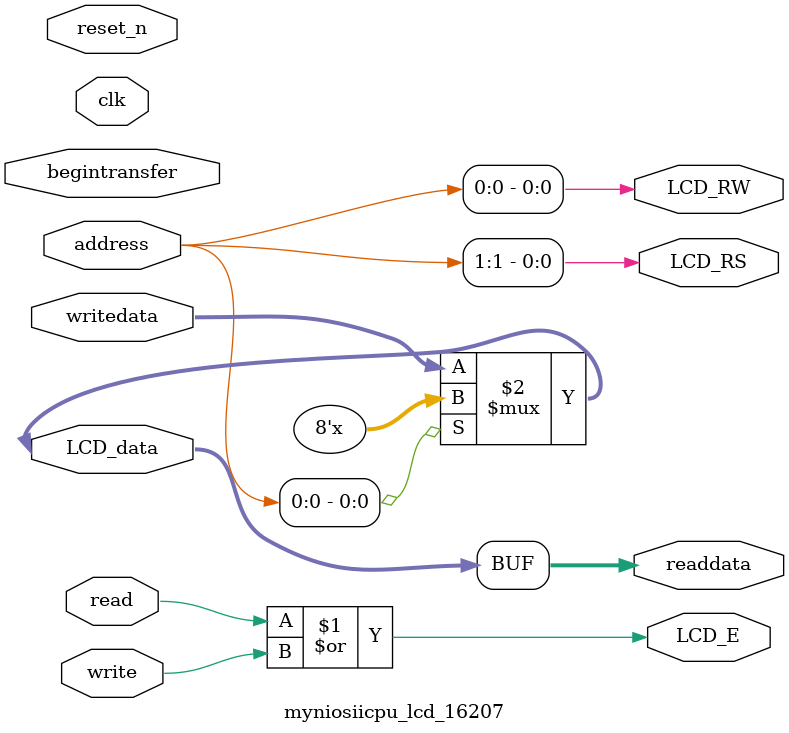
<source format=v>

`timescale 1ns / 1ps
// synthesis translate_on

// turn off superfluous verilog processor warnings 
// altera message_level Level1 
// altera message_off 10034 10035 10036 10037 10230 10240 10030 

module myniosiicpu_lcd_16207 (
                               // inputs:
                                address,
                                begintransfer,
                                clk,
                                read,
                                reset_n,
                                write,
                                writedata,

                               // outputs:
                                LCD_E,
                                LCD_RS,
                                LCD_RW,
                                LCD_data,
                                readdata
                             )
;

  output           LCD_E;
  output           LCD_RS;
  output           LCD_RW;
  inout   [  7: 0] LCD_data;
  output  [  7: 0] readdata;
  input   [  1: 0] address;
  input            begintransfer;
  input            clk;
  input            read;
  input            reset_n;
  input            write;
  input   [  7: 0] writedata;

  wire             LCD_E;
  wire             LCD_RS;
  wire             LCD_RW;
  wire    [  7: 0] LCD_data;
  wire    [  7: 0] readdata;
  assign LCD_RW = address[0];
  assign LCD_RS = address[1];
  assign LCD_E = read | write;
  assign LCD_data = (address[0]) ? {8{1'bz}} : writedata;
  assign readdata = LCD_data;
  //control_slave, which is an e_avalon_slave

endmodule


</source>
